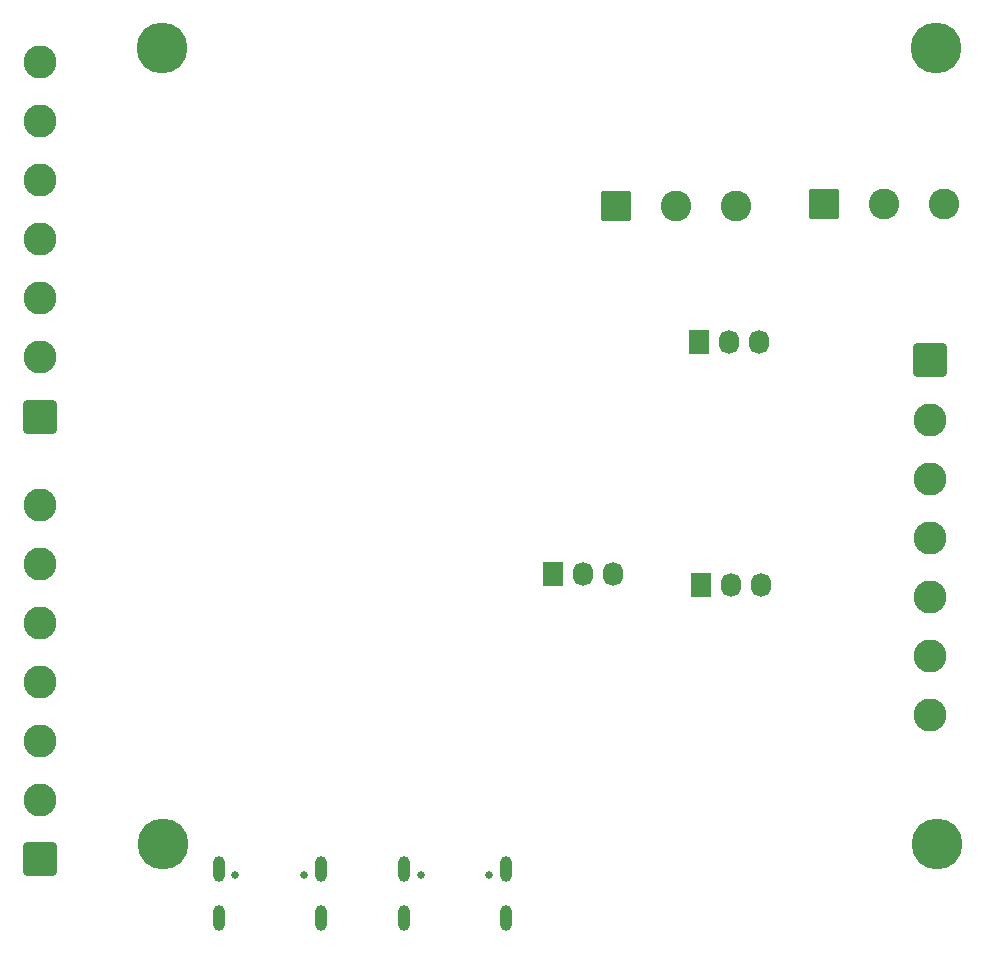
<source format=gbr>
%TF.GenerationSoftware,KiCad,Pcbnew,9.0.5*%
%TF.CreationDate,2025-12-14T22:24:26+11:00*%
%TF.ProjectId,inputSwitchboard,696e7075-7453-4776-9974-6368626f6172,rev?*%
%TF.SameCoordinates,Original*%
%TF.FileFunction,Soldermask,Bot*%
%TF.FilePolarity,Negative*%
%FSLAX46Y46*%
G04 Gerber Fmt 4.6, Leading zero omitted, Abs format (unit mm)*
G04 Created by KiCad (PCBNEW 9.0.5) date 2025-12-14 22:24:26*
%MOMM*%
%LPD*%
G01*
G04 APERTURE LIST*
G04 Aperture macros list*
%AMRoundRect*
0 Rectangle with rounded corners*
0 $1 Rounding radius*
0 $2 $3 $4 $5 $6 $7 $8 $9 X,Y pos of 4 corners*
0 Add a 4 corners polygon primitive as box body*
4,1,4,$2,$3,$4,$5,$6,$7,$8,$9,$2,$3,0*
0 Add four circle primitives for the rounded corners*
1,1,$1+$1,$2,$3*
1,1,$1+$1,$4,$5*
1,1,$1+$1,$6,$7*
1,1,$1+$1,$8,$9*
0 Add four rect primitives between the rounded corners*
20,1,$1+$1,$2,$3,$4,$5,0*
20,1,$1+$1,$4,$5,$6,$7,0*
20,1,$1+$1,$6,$7,$8,$9,0*
20,1,$1+$1,$8,$9,$2,$3,0*%
G04 Aperture macros list end*
%ADD10C,0.670000*%
%ADD11RoundRect,0.500000X-0.000010X-0.600000X0.000010X-0.600000X0.000010X0.600000X-0.000010X0.600000X0*%
%ADD12R,1.730000X2.030000*%
%ADD13O,1.730000X2.030000*%
%ADD14RoundRect,0.250001X1.149999X-1.149999X1.149999X1.149999X-1.149999X1.149999X-1.149999X-1.149999X0*%
%ADD15C,2.800000*%
%ADD16RoundRect,0.250001X-1.149999X1.149999X-1.149999X-1.149999X1.149999X-1.149999X1.149999X1.149999X0*%
%ADD17C,4.300000*%
%ADD18RoundRect,0.250000X-1.050000X-1.050000X1.050000X-1.050000X1.050000X1.050000X-1.050000X1.050000X0*%
%ADD19C,2.600000*%
G04 APERTURE END LIST*
D10*
%TO.C,J2*%
X81045000Y-109330000D03*
X86845000Y-109330000D03*
D11*
X79625000Y-108800000D03*
X79625000Y-112980000D03*
X88265000Y-108800000D03*
X88265000Y-112980000D03*
%TD*%
D12*
%TO.C,J12*%
X120424839Y-84735412D03*
D13*
X122964839Y-84735412D03*
X125504839Y-84735412D03*
%TD*%
D14*
%TO.C,J6*%
X64500000Y-70500000D03*
D15*
X64500000Y-65500000D03*
X64500000Y-60500000D03*
X64500000Y-55500000D03*
X64500000Y-50500000D03*
X64500000Y-45500000D03*
X64500000Y-40500000D03*
%TD*%
D12*
%TO.C,J11*%
X107925000Y-83825000D03*
D13*
X110465000Y-83825000D03*
X113005000Y-83825000D03*
%TD*%
D16*
%TO.C,J7*%
X139872500Y-65750000D03*
D15*
X139872500Y-70750000D03*
X139872500Y-75750000D03*
X139872500Y-80750000D03*
X139872500Y-85750000D03*
X139872500Y-90750000D03*
X139872500Y-95750000D03*
%TD*%
D17*
%TO.C,H1*%
X74930000Y-106680000D03*
%TD*%
D18*
%TO.C,J3*%
X113255000Y-52672500D03*
D19*
X118335000Y-52672500D03*
X123415000Y-52672500D03*
%TD*%
D10*
%TO.C,J1*%
X96730000Y-109325000D03*
X102530000Y-109325000D03*
D11*
X95310000Y-108795000D03*
X95310000Y-112975000D03*
X103950000Y-108795000D03*
X103950000Y-112975000D03*
%TD*%
D17*
%TO.C,H2*%
X140430000Y-106680000D03*
%TD*%
%TO.C,H3*%
X74818448Y-39300000D03*
%TD*%
D14*
%TO.C,J5*%
X64500000Y-108000000D03*
D15*
X64500000Y-103000000D03*
X64500000Y-98000000D03*
X64500000Y-93000000D03*
X64500000Y-88000000D03*
X64500000Y-83000000D03*
X64500000Y-78000000D03*
%TD*%
D17*
%TO.C,H4*%
X140325000Y-39300000D03*
%TD*%
D18*
%TO.C,J4*%
X130840000Y-52500000D03*
D19*
X135920000Y-52500000D03*
X141000000Y-52500000D03*
%TD*%
D12*
%TO.C,J10*%
X120270000Y-64225000D03*
D13*
X122810000Y-64225000D03*
X125350000Y-64225000D03*
%TD*%
M02*

</source>
